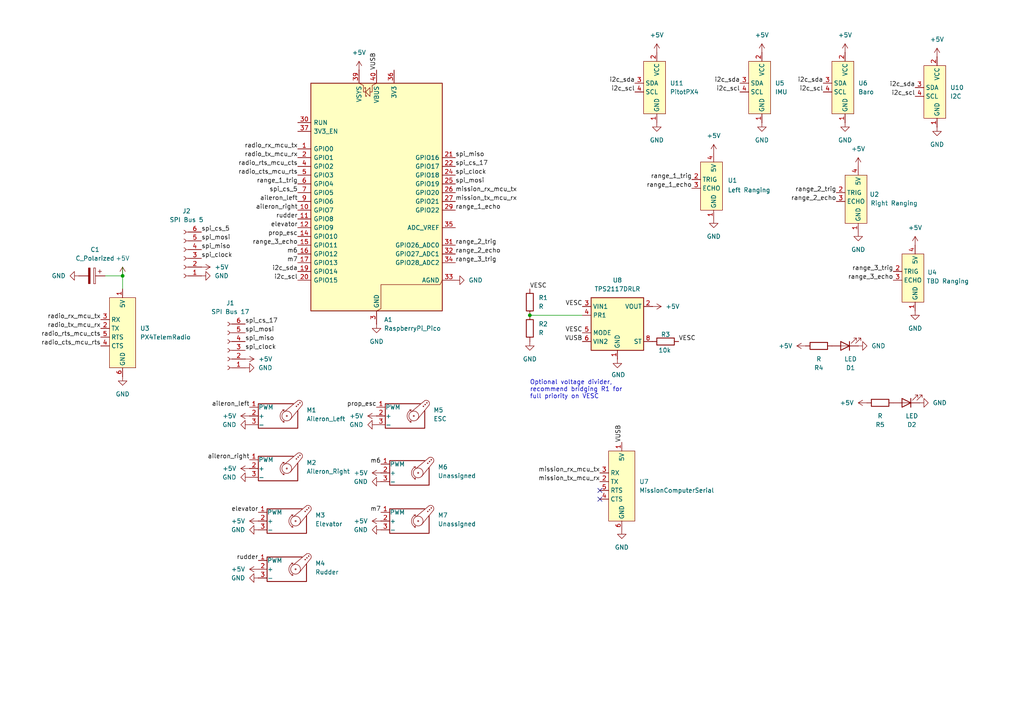
<source format=kicad_sch>
(kicad_sch (version 20250114) (generator "eeschema") (generator_version "9.0")
  (paper "A4")
  (lib_symbols
    (symbol "Connector:Conn_01x06_Socket" (pin_names (offset 1.016) (hide yes))
      (property "Reference" "J" (at 0 7.62 0))
      (property "Value" "Conn_01x06_Socket" (at 0 -10.16 0))
      (symbol "Conn_01x06_Socket_1_1"
        (polyline (pts (xy -1.27 5.08) (xy -0.508 5.08)) (stroke (width 0.1524)))
        (polyline (pts (xy -1.27 2.54) (xy -0.508 2.54)) (stroke (width 0.1524)))
        (polyline (pts (xy -1.27 0) (xy -0.508 0)) (stroke (width 0.1524)))
        (polyline (pts (xy -1.27 -2.54) (xy -0.508 -2.54)) (stroke (width 0.1524)))
        (polyline (pts (xy -1.27 -5.08) (xy -0.508 -5.08)) (stroke (width 0.1524)))
        (polyline (pts (xy -1.27 -7.62) (xy -0.508 -7.62)) (stroke (width 0.1524)))
        (arc (start 0 4.572) (mid -0.5058 5.08) (end 0 5.588) (stroke (width 0.1524)))
        (arc (start 0 2.032) (mid -0.5058 2.54) (end 0 3.048) (stroke (width 0.1524)))
        (arc (start 0 -0.508) (mid -0.5058 0) (end 0 0.508) (stroke (width 0.1524)))
        (arc (start 0 -3.048) (mid -0.5058 -2.54) (end 0 -2.032) (stroke (width 0.1524)))
        (arc (start 0 -5.588) (mid -0.5058 -5.08) (end 0 -4.572) (stroke (width 0.1524)))
        (arc (start 0 -8.128) (mid -0.5058 -7.62) (end 0 -7.112) (stroke (width 0.1524)))
        (pin passive line (at -5.08 5.08 0) (length 3.81) (name "Pin_1") (number "1"))
        (pin passive line (at -5.08 2.54 0) (length 3.81) (name "Pin_2") (number "2"))
        (pin passive line (at -5.08 0 0) (length 3.81) (name "Pin_3") (number "3"))
        (pin passive line (at -5.08 -2.54 0) (length 3.81) (name "Pin_4") (number "4"))
        (pin passive line (at -5.08 -5.08 0) (length 3.81) (name "Pin_5") (number "5"))
        (pin passive line (at -5.08 -7.62 0) (length 3.81) (name "Pin_6") (number "6"))
      )
    )
    (symbol "Connector:STEMMA"
      (property "Reference" "U" (at 4.572 1.016 0))
      (property "Value" "STEMMA I2C" (at 4.572 -1.016 0))
      (symbol "STEMMA_1_1"
        (rectangle (start -2.54 7.62) (end 3.81 -7.62) (fill (type background)))
        (pin bidirectional line (at -5.08 1.27 0) (length 2.54) (name "SDA") (number "3"))
        (pin input line (at -5.08 -1.27 0) (length 2.54) (name "SCL") (number "4"))
        (pin power_in line (at 1.27 10.16 270) (length 2.54) (name "VCC") (number "2"))
        (pin input line (at 1.27 -10.16 90) (length 2.54) (name "GND") (number "1"))
      )
    )
    (symbol "Device:C_Polarized" (pin_numbers (hide yes)) (pin_names (offset 0.254))
      (property "Reference" "C" (at 0.635 2.54 0))
      (property "Value" "C_Polarized" (at 0.635 -2.54 0))
      (symbol "C_Polarized_0_1"
        (rectangle (start -2.286 0.508) (end 2.286 1.016))
        (polyline (pts (xy -1.778 2.286) (xy -0.762 2.286)))
        (polyline (pts (xy -1.27 2.794) (xy -1.27 1.778)))
        (rectangle (start 2.286 -0.508) (end -2.286 -1.016) (fill (type outline)))
      )
      (symbol "C_Polarized_1_1"
        (pin passive line (at 0 3.81 270) (length 2.794) (name "~") (number "1"))
        (pin passive line (at 0 -3.81 90) (length 2.794) (name "~") (number "2"))
      )
    )
    (symbol "Device:LED" (pin_numbers (hide yes)) (pin_names (offset 1.016) (hide yes))
      (property "Reference" "D" (at 0 2.54 0))
      (property "Value" "LED" (at 0 -2.54 0))
      (symbol "LED_0_1"
        (polyline (pts (xy -3.048 -0.762) (xy -4.572 -2.286) (xy -3.81 -2.286) (xy -4.572 -2.286) (xy -4.572 -1.524)))
        (polyline (pts (xy -1.778 -0.762) (xy -3.302 -2.286) (xy -2.54 -2.286) (xy -3.302 -2.286) (xy -3.302 -1.524)))
        (polyline (pts (xy -1.27 0) (xy 1.27 0)))
        (polyline (pts (xy -1.27 -1.27) (xy -1.27 1.27)) (stroke (width 0.254)))
        (polyline (pts (xy 1.27 -1.27) (xy 1.27 1.27) (xy -1.27 0) (xy 1.27 -1.27)) (stroke (width 0.254)))
      )
      (symbol "LED_1_1"
        (pin passive line (at -3.81 0 0) (length 2.54) (name "K") (number "1"))
        (pin passive line (at 3.81 0 180) (length 2.54) (name "A") (number "2"))
      )
    )
    (symbol "Device:R" (pin_numbers (hide yes)) (pin_names (offset 0))
      (property "Reference" "R" (at 2.032 0 90))
      (property "Value" "R" (at 0 0 90))
      (symbol "R_0_1"
        (rectangle (start -1.016 -2.54) (end 1.016 2.54) (stroke (width 0.254)))
      )
      (symbol "R_1_1"
        (pin passive line (at 0 3.81 270) (length 1.27) (name "~") (number "1"))
        (pin passive line (at 0 -3.81 90) (length 1.27) (name "~") (number "2"))
      )
    )
    (symbol "MCU_Module:RaspberryPi_Pico" (pin_names (offset 0.762))
      (property "Reference" "A" (at -19.05 35.56 0))
      (property "Value" "RaspberryPi_Pico" (at 7.62 35.56 0))
      (symbol "RaspberryPi_Pico_0_1"
        (rectangle (start -19.05 34.29) (end 19.05 -31.75) (stroke (width 0.254)) (fill (type background)))
        (polyline (pts (xy -5.08 34.29) (xy -3.81 33.655) (xy -3.81 31.75) (xy -3.175 31.75)))
        (polyline (pts (xy -3.429 32.766) (xy -3.429 33.02) (xy -3.175 33.02) (xy -3.175 30.48) (xy -2.921 30.48) (xy -2.921 30.734)))
        (polyline (pts (xy -3.175 31.75) (xy -1.905 33.02) (xy -1.905 30.48) (xy -3.175 31.75)))
        (polyline (pts (xy 0 34.29) (xy -1.27 33.655) (xy -1.27 31.75) (xy -1.905 31.75)))
        (polyline (pts (xy 0 -31.75) (xy 1.27 -31.115) (xy 1.27 -24.13) (xy 18.415 -24.13) (xy 19.05 -22.86)))
      )
      (symbol "RaspberryPi_Pico_1_1"
        (pin passive line (at -22.86 22.86 0) (length 3.81) (name "RUN") (number "30"))
        (pin passive line (at -22.86 20.32 0) (length 3.81) (name "3V3_EN") (number "37"))
        (pin bidirectional line (at -22.86 15.24 0) (length 3.81) (name "GPIO0") (number "1"))
        (pin bidirectional line (at -22.86 12.7 0) (length 3.81) (name "GPIO1") (number "2"))
        (pin bidirectional line (at -22.86 10.16 0) (length 3.81) (name "GPIO2") (number "4"))
        (pin bidirectional line (at -22.86 7.62 0) (length 3.81) (name "GPIO3") (number "5"))
        (pin bidirectional line (at -22.86 5.08 0) (length 3.81) (name "GPIO4") (number "6"))
        (pin bidirectional line (at -22.86 2.54 0) (length 3.81) (name "GPIO5") (number "7"))
        (pin bidirectional line (at -22.86 0 0) (length 3.81) (name "GPIO6") (number "9"))
        (pin bidirectional line (at -22.86 -2.54 0) (length 3.81) (name "GPIO7") (number "10"))
        (pin bidirectional line (at -22.86 -5.08 0) (length 3.81) (name "GPIO8") (number "11"))
        (pin bidirectional line (at -22.86 -7.62 0) (length 3.81) (name "GPIO9") (number "12"))
        (pin bidirectional line (at -22.86 -10.16 0) (length 3.81) (name "GPIO10") (number "14"))
        (pin bidirectional line (at -22.86 -12.7 0) (length 3.81) (name "GPIO11") (number "15"))
        (pin bidirectional line (at -22.86 -15.24 0) (length 3.81) (name "GPIO12") (number "16"))
        (pin bidirectional line (at -22.86 -17.78 0) (length 3.81) (name "GPIO13") (number "17"))
        (pin bidirectional line (at -22.86 -20.32 0) (length 3.81) (name "GPIO14") (number "19"))
        (pin bidirectional line (at -22.86 -22.86 0) (length 3.81) (name "GPIO15") (number "20"))
        (pin power_in line (at -5.08 38.1 270) (length 3.81) (name "VSYS") (number "39"))
        (pin power_out line (at 0 38.1 270) (length 3.81) (name "VBUS") (number "40"))
        (pin passive line (at 0 -35.56 90) (length 3.81) (hide yes) (name "GND") (number "13"))
        (pin passive line (at 0 -35.56 90) (length 3.81) (hide yes) (name "GND") (number "18"))
        (pin passive line (at 0 -35.56 90) (length 3.81) (hide yes) (name "GND") (number "23"))
        (pin passive line (at 0 -35.56 90) (length 3.81) (hide yes) (name "GND") (number "28"))
        (pin power_out line (at 0 -35.56 90) (length 3.81) (name "GND") (number "3"))
        (pin passive line (at 0 -35.56 90) (length 3.81) (hide yes) (name "GND") (number "38"))
        (pin passive line (at 0 -35.56 90) (length 3.81) (hide yes) (name "GND") (number "8"))
        (pin power_out line (at 5.08 38.1 270) (length 3.81) (name "3V3") (number "36"))
        (pin bidirectional line (at 22.86 12.7 180) (length 3.81) (name "GPIO16") (number "21"))
        (pin bidirectional line (at 22.86 10.16 180) (length 3.81) (name "GPIO17") (number "22"))
        (pin bidirectional line (at 22.86 7.62 180) (length 3.81) (name "GPIO18") (number "24"))
        (pin bidirectional line (at 22.86 5.08 180) (length 3.81) (name "GPIO19") (number "25"))
        (pin bidirectional line (at 22.86 2.54 180) (length 3.81) (name "GPIO20") (number "26"))
        (pin bidirectional line (at 22.86 0 180) (length 3.81) (name "GPIO21") (number "27"))
        (pin bidirectional line (at 22.86 -2.54 180) (length 3.81) (name "GPIO22") (number "29"))
        (pin power_in line (at 22.86 -7.62 180) (length 3.81) (name "ADC_VREF") (number "35"))
        (pin bidirectional line (at 22.86 -12.7 180) (length 3.81) (name "GPIO26_ADC0") (number "31"))
        (pin bidirectional line (at 22.86 -15.24 180) (length 3.81) (name "GPIO27_ADC1") (number "32"))
        (pin bidirectional line (at 22.86 -17.78 180) (length 3.81) (name "GPIO28_ADC2") (number "34"))
        (pin power_out line (at 22.86 -22.86 180) (length 3.81) (name "AGND") (number "33"))
      )
    )
    (symbol "Motor:Motor_Servo" (pin_names (offset 0.0254))
      (property "Reference" "M" (at -5.08 4.445 0))
      (property "Value" "Motor_Servo" (at -5.08 -4.064 0))
      (symbol "Motor_Servo_0_1"
        (polyline (pts (xy 2.413 1.778) (xy 1.905 1.778)))
        (polyline (pts (xy 2.413 1.778) (xy 2.286 1.397)))
        (polyline (pts (xy 2.413 -1.778) (xy 2.032 -1.778)))
        (polyline (pts (xy 2.413 -1.778) (xy 2.286 -1.397)))
        (arc (start 2.413 -1.778) (mid 1.2406 0) (end 2.413 1.778))
        (circle (center 3.175 0) (radius 0.1778))
        (circle (center 3.175 0) (radius 1.4224))
        (polyline (pts (xy 5.08 3.556) (xy -5.08 3.556) (xy -5.08 -3.556) (xy 6.35 -3.556) (xy 6.35 1.524)) (stroke (width 0.254)))
        (circle (center 5.969 2.794) (radius 0.127))
        (polyline (pts (xy 6.35 4.445) (xy 2.54 1.27)))
        (circle (center 6.477 3.302) (radius 0.127))
        (arc (start 6.35 4.445) (mid 7.4487 4.2737) (end 7.62 3.175))
        (circle (center 6.985 3.81) (radius 0.127))
        (polyline (pts (xy 7.62 3.175) (xy 4.191 -1.016)))
      )
      (symbol "Motor_Servo_1_1"
        (pin passive line (at -7.62 2.54 0) (length 2.54) (name "PWM") (number "1"))
        (pin passive line (at -7.62 0 0) (length 2.54) (name "+") (number "2"))
        (pin passive line (at -7.62 -2.54 0) (length 2.54) (name "-") (number "3"))
      )
    )
    (symbol "Power_Management:TPS2117DRLR"
      (property "Reference" "U" (at -7.874 9.144 0))
      (property "Value" "TPS2117DRLR" (at 0.508 -8.89 0))
      (symbol "TPS2117DRLR_0_1"
        (rectangle (start -7.62 7.62) (end 7.62 -7.62) (stroke (width 0.254)) (fill (type background)))
      )
      (symbol "TPS2117DRLR_1_0"
        (pin power_out line (at 10.16 5.08 180) (length 2.54) (hide yes) (name "VOUT") (number "7"))
      )
      (symbol "TPS2117DRLR_1_1"
        (pin power_in line (at -10.16 5.08 0) (length 2.54) (name "VIN1") (number "3"))
        (pin input line (at -10.16 2.54 0) (length 2.54) (name "PR1") (number "4"))
        (pin input line (at -10.16 -2.54 0) (length 2.54) (name "MODE") (number "5"))
        (pin power_in line (at -10.16 -5.08 0) (length 2.54) (name "VIN2") (number "6"))
        (pin power_in line (at 0 -10.16 90) (length 2.54) (name "GND") (number "1"))
        (pin power_out line (at 10.16 5.08 180) (length 2.54) (name "VOUT") (number "2"))
        (pin open_collector line (at 10.16 -5.08 180) (length 2.54) (name "ST") (number "8"))
      )
    )
    (symbol "RF_Module:PX4TelemRadio"
      (property "Reference" "U" (at 7.112 0 0))
      (property "Value" "PX4TelemRadio" (at 7.112 -2.286 0))
      (symbol "PX4TelemRadio_1_1"
        (rectangle (start -1.2699 5.08) (end 6.3499 -15.24) (fill (type background)))
        (pin input line (at -3.81 -1.27 0) (length 2.54) (name "RX") (number "3"))
        (pin output line (at -3.81 -3.81 0) (length 2.54) (name "TX") (number "2"))
        (pin output line (at -3.81 -6.35 0) (length 2.54) (name "RTS") (number "5"))
        (pin input line (at -3.81 -8.89 0) (length 2.54) (name "CTS") (number "4"))
        (pin power_in line (at 2.54 7.62 270) (length 2.54) (name "5V") (number "1"))
        (pin input line (at 2.54 -17.78 90) (length 2.54) (name "GND") (number "6"))
      )
    )
    (symbol "Sensor_Distance:HC-SR04"
      (property "Reference" "U" (at 4.826 1.016 0))
      (property "Value" "HC-SR04" (at 4.826 -1.016 0))
      (symbol "HC-SR04_1_1"
        (rectangle (start -2.54 6.35) (end 3.81 -7.62) (fill (type background)))
        (pin input line (at -5.08 1.27 0) (length 2.54) (name "TRIG") (number "2"))
        (pin output line (at -5.08 -1.27 0) (length 2.54) (name "ECHO") (number "3"))
        (pin power_in line (at 1.27 8.89 270) (length 2.54) (name "5V") (number "4"))
        (pin input line (at 1.27 -10.16 90) (length 2.54) (name "GND") (number "1"))
      )
    )
    (symbol "power:+5V" (power) (pin_numbers (hide yes)) (pin_names (offset 0) (hide yes))
      (property "Value" "+5V" (at 0 3.556 0))
      (symbol "+5V_0_1"
        (polyline (pts (xy -0.762 1.27) (xy 0 2.54)))
        (polyline (pts (xy 0 2.54) (xy 0.762 1.27)))
        (polyline (pts (xy 0 0) (xy 0 2.54)))
      )
      (symbol "+5V_1_1"
        (pin power_in line (at 0 0 90) (length 0) (name "~") (number "1"))
      )
    )
    (symbol "power:GND" (power) (pin_numbers (hide yes)) (pin_names (offset 0) (hide yes))
      (property "Value" "GND" (at 0 -3.81 0))
      (symbol "GND_0_1"
        (polyline (pts (xy 0 0) (xy 0 -1.27) (xy 1.27 -1.27) (xy 0 -2.54) (xy -1.27 -1.27) (xy 0 -1.27)))
      )
      (symbol "GND_1_1"
        (pin power_in line (at 0 0 270) (length 0) (name "~") (number "1"))
      )
    )
  )
  (text "Optional voltage divider, \nrecommend bridging R1 for \nfull priority on VESC" (at 153.67 113.03 0) (effects (font (size 1.27 1.27)) (justify left)))
  (junction (at 153.67 91.44))
  (junction (at 35.56 80.01))
  (no_connect (at 173.99 142.24))
  (no_connect (at 173.99 144.78))
  (wire (pts (xy 35.56 80.01) (xy 35.56 83.82)))
  (wire (pts (xy 153.67 91.44) (xy 168.91 91.44)))
  (wire (pts (xy 35.56 77.47) (xy 35.56 80.01)))
  (wire (pts (xy 35.56 80.01) (xy 30.48 80.01)))
  (label "radio_rx_mcu_tx" (at 86.36 43.18 180))
  (label "i2c_sda" (at 238.76 24.13 180))
  (label "spi_clock" (at 58.42 74.93 0))
  (label "spi_miso" (at 71.12 99.06 0))
  (label "aileron_left" (at 86.36 58.42 180))
  (label "range_3_echo" (at 259.08 81.28 180))
  (label "m6" (at 86.36 73.66 180))
  (label "m6" (at 110.49 134.62 180))
  (label "range_1_echo" (at 132.08 60.96 0))
  (label "spi_cs_5" (at 58.42 67.31 0))
  (label "i2c_scl" (at 265.43 27.94 180))
  (label "radio_rts_mcu_cts" (at 86.36 48.26 180))
  (label "range_1_trig" (at 200.66 52.07 180))
  (label "VUSB" (at 180.34 128.27 90))
  (label "spi_miso" (at 58.42 72.39 0))
  (label "spi_cs_17" (at 71.12 93.98 0))
  (label "i2c_sda" (at 265.43 25.4 180))
  (label "VESC" (at 168.91 88.9 180))
  (label "range_1_echo" (at 200.66 54.61 180))
  (label "mission_rx_mcu_tx" (at 173.99 137.16 180))
  (label "radio_rts_mcu_cts" (at 29.21 97.79 180))
  (label "i2c_sda" (at 86.36 78.74 180))
  (label "range_2_trig" (at 242.57 55.88 180))
  (label "VESC" (at 168.91 96.52 180))
  (label "range_3_echo" (at 86.36 71.12 180))
  (label "range_1_trig" (at 86.36 53.34 180))
  (label "spi_clock" (at 71.12 101.6 0))
  (label "i2c_sda" (at 184.15 24.13 180))
  (label "range_2_trig" (at 132.08 71.12 0))
  (label "rudder" (at 74.93 162.56 180))
  (label "prop_esc" (at 109.22 118.11 180))
  (label "i2c_sda" (at 214.63 24.13 180))
  (label "i2c_scl" (at 86.36 81.28 180))
  (label "VUSB" (at 168.91 99.06 180))
  (label "i2c_scl" (at 184.15 26.67 180))
  (label "spi_mosi" (at 132.08 53.34 0))
  (label "i2c_scl" (at 238.76 26.67 180))
  (label "radio_cts_mcu_rts" (at 29.21 100.33 180))
  (label "m7" (at 110.49 148.59 180))
  (label "m7" (at 86.36 76.2 180))
  (label "VESC" (at 196.85 99.06 0))
  (label "mission_tx_mcu_rx" (at 132.08 58.42 0))
  (label "radio_tx_mcu_rx" (at 86.36 45.72 180))
  (label "range_2_echo" (at 132.08 73.66 0))
  (label "aileron_right" (at 86.36 60.96 180))
  (label "spi_mosi" (at 58.42 69.85 0))
  (label "mission_rx_mcu_tx" (at 132.08 55.88 0))
  (label "spi_mosi" (at 71.12 96.52 0))
  (label "elevator" (at 86.36 66.04 180))
  (label "radio_rx_mcu_tx" (at 29.21 92.71 180))
  (label "range_3_trig" (at 132.08 76.2 0))
  (label "VUSB" (at 109.22 20.32 90))
  (label "spi_cs_17" (at 132.08 48.26 0))
  (label "aileron_right" (at 72.39 133.35 180))
  (label "radio_tx_mcu_rx" (at 29.21 95.25 180))
  (label "radio_cts_mcu_rts" (at 86.36 50.8 180))
  (label "range_2_echo" (at 242.57 58.42 180))
  (label "range_3_trig" (at 259.08 78.74 180))
  (label "aileron_left" (at 72.39 118.11 180))
  (label "elevator" (at 74.93 148.59 180))
  (label "spi_miso" (at 132.08 45.72 0))
  (label "spi_clock" (at 132.08 50.8 0))
  (label "rudder" (at 86.36 63.5 180))
  (label "mission_tx_mcu_rx" (at 173.99 139.7 180))
  (label "i2c_scl" (at 214.63 26.67 180))
  (label "prop_esc" (at 86.36 68.58 180))
  (label "VESC" (at 153.67 83.82 0))
  (label "spi_cs_5" (at 86.36 55.88 180))
  (symbol (lib_id "Motor:Motor_Servo") (at 118.11 137.16 0) (unit 1)
    (property "Reference" "M6" (at 127 135.4568 0) (effects (justify left)))
    (property "Value" "Unassigned" (at 127 137.9968 0) (effects (justify left)))
    (property "Footprint" "Connector_JST:JST_PH_B3B-PH-K_1x03_P2.00mm_Vertical" (effects (hide yes)))
    (property "Datasheet" "http://forums.parallax.com/uploads/attachments/46831/74481.png" (effects (hide yes)))
    (property "Description" "Servo Motor (Futaba, HiTec, JR connector)" (effects (hide yes)))
  )
  (symbol (lib_id "power:GND") (at 271.78 36.83 0) (unit 1)
    (property "Reference" "#PWR016" (effects (hide yes)))
    (property "Value" "GND" (at 271.78 41.91 0))
    (property "Description" "Power symbol creates a global label with name \"GND\" , ground" (effects (hide yes)))
  )
  (symbol (lib_id "Sensor_Distance:HC-SR04") (at 247.65 57.15 0) (unit 1)
    (property "Reference" "U2" (at 252.222 56.388 0) (effects (justify left)))
    (property "Value" "Right Ranging" (at 252.476 58.928 0) (effects (justify left)))
    (property "Footprint" "Connector_JST:JST_PH_B4B-PH-K_1x04_P2.00mm_Vertical" (effects (hide yes)))
    (property "Description" "Right Ranging" (effects (hide yes)))
  )
  (symbol (lib_id "Connector:Conn_01x06_Socket") (at 66.04 101.6 180) (unit 1)
    (property "Reference" "J1" (at 66.802 87.884 0))
    (property "Value" "SPI Bus 17" (at 66.802 90.424 0))
    (property "Footprint" "Connector_JST:JST_PH_B6B-PH-K_1x06_P2.00mm_Vertical" (effects (hide yes)))
    (property "Description" "Generic connector, single row, 01x06, script generated" (effects (hide yes)))
  )
  (symbol (lib_id "power:+5V") (at 72.39 120.65 90) (unit 1)
    (property "Reference" "#PWR035" (effects (hide yes)))
    (property "Value" "+5V" (at 68.58 120.6499 90) (effects (justify left)))
    (property "Description" "Power symbol creates a global label with name \"+5V\"" (effects (hide yes)))
  )
  (symbol (lib_id "power:GND") (at 132.08 81.28 90) (unit 1)
    (property "Reference" "#PWR013" (effects (hide yes)))
    (property "Value" "GND" (at 135.89 81.2799 90) (effects (justify right)))
    (property "Description" "Power symbol creates a global label with name \"GND\" , ground" (effects (hide yes)))
  )
  (symbol (lib_id "Device:R") (at 237.49 100.33 270) (unit 1)
    (property "Reference" "R4" (at 237.49 106.68 90))
    (property "Value" "R" (at 237.49 104.14 90))
    (property "Footprint" "Resistor_SMD:R_0805_2012Metric_Pad1.20x1.40mm_HandSolder" (effects (hide yes)))
    (property "Description" "Resistor" (effects (hide yes)))
  )
  (symbol (lib_id "power:GND") (at 153.67 99.06 0) (unit 1)
    (property "Reference" "#PWR022" (effects (hide yes)))
    (property "Value" "GND" (at 153.67 104.14 0))
    (property "Description" "Power symbol creates a global label with name \"GND\" , ground" (effects (hide yes)))
  )
  (symbol (lib_id "power:+5V") (at 110.49 137.16 90) (unit 1)
    (property "Reference" "#PWR030" (effects (hide yes)))
    (property "Value" "+5V" (at 106.68 137.1599 90) (effects (justify left)))
    (property "Description" "Power symbol creates a global label with name \"+5V\"" (effects (hide yes)))
  )
  (symbol (lib_id "power:GND") (at 35.56 109.22 0) (unit 1)
    (property "Reference" "#PWR09" (effects (hide yes)))
    (property "Value" "GND" (at 35.56 114.3 0))
    (property "Description" "Power symbol creates a global label with name \"GND\" , ground" (effects (hide yes)))
  )
  (symbol (lib_id "power:GND") (at 220.98 35.56 0) (unit 1)
    (property "Reference" "#PWR014" (effects (hide yes)))
    (property "Value" "GND" (at 220.98 40.64 0))
    (property "Description" "Power symbol creates a global label with name \"GND\" , ground" (effects (hide yes)))
  )
  (symbol (lib_id "Motor:Motor_Servo") (at 82.55 165.1 0) (unit 1)
    (property "Reference" "M4" (at 91.44 163.3968 0) (effects (justify left)))
    (property "Value" "Rudder" (at 91.44 165.9368 0) (effects (justify left)))
    (property "Footprint" "Connector_JST:JST_PH_B3B-PH-K_1x03_P2.00mm_Vertical" (effects (hide yes)))
    (property "Datasheet" "http://forums.parallax.com/uploads/attachments/46831/74481.png" (effects (hide yes)))
    (property "Description" "Servo Motor (Futaba, HiTec, JR connector)" (effects (hide yes)))
  )
  (symbol (lib_id "power:GND") (at 248.92 100.33 90) (unit 1)
    (property "Reference" "#PWR042" (effects (hide yes)))
    (property "Value" "GND" (at 252.73 100.3301 90) (effects (justify right)))
    (property "Description" "Power symbol creates a global label with name \"GND\" , ground" (effects (hide yes)))
  )
  (symbol (lib_id "power:+5V") (at 233.68 100.33 90) (unit 1)
    (property "Reference" "#PWR044" (effects (hide yes)))
    (property "Value" "+5V" (at 229.87 100.3301 90) (effects (justify left)))
    (property "Description" "Power symbol creates a global label with name \"+5V\"" (effects (hide yes)))
  )
  (symbol (lib_id "power:GND") (at 109.22 93.98 0) (unit 1)
    (property "Reference" "#PWR046" (effects (hide yes)))
    (property "Value" "GND" (at 109.22 99.06 0))
    (property "Description" "Power symbol creates a global label with name \"GND\" , ground" (effects (hide yes)))
  )
  (symbol (lib_id "power:+5V") (at 265.43 71.12 0) (unit 1)
    (property "Reference" "#PWR023" (effects (hide yes)))
    (property "Value" "+5V" (at 265.43 66.04 0))
    (property "Description" "Power symbol creates a global label with name \"+5V\"" (effects (hide yes)))
  )
  (symbol (lib_id "Device:R") (at 153.67 95.25 0) (unit 1)
    (property "Reference" "R2" (at 156.21 93.9799 0) (effects (justify left)))
    (property "Value" "R" (at 156.21 96.5199 0) (effects (justify left)))
    (property "Footprint" "Resistor_SMD:R_0805_2012Metric_Pad1.20x1.40mm_HandSolder" (effects (hide yes)))
    (property "Description" "Resistor" (effects (hide yes)))
  )
  (symbol (lib_id "power:+5V") (at 74.93 165.1 90) (unit 1)
    (property "Reference" "#PWR033" (effects (hide yes)))
    (property "Value" "+5V" (at 71.12 165.0999 90) (effects (justify left)))
    (property "Description" "Power symbol creates a global label with name \"+5V\"" (effects (hide yes)))
  )
  (symbol (lib_id "power:GND") (at 109.22 123.19 270) (unit 1)
    (property "Reference" "#PWR08" (effects (hide yes)))
    (property "Value" "GND" (at 105.41 123.1899 90) (effects (justify right)))
    (property "Description" "Power symbol creates a global label with name \"GND\" , ground" (effects (hide yes)))
  )
  (symbol (lib_id "MCU_Module:RaspberryPi_Pico") (at 109.22 58.42 0) (unit 1)
    (property "Reference" "A1" (at 111.3633 92.71 0) (effects (justify left)))
    (property "Value" "RaspberryPi_Pico" (at 111.3633 95.25 0) (effects (justify left)))
    (property "Footprint" "Module:RaspberryPi_Pico_Common_Unspecified" (effects (hide yes)))
    (property "Datasheet" "https://datasheets.raspberrypi.com/pico/pico-datasheet.pdf" (effects (hide yes)))
    (property "Description" "Versatile and inexpensive microcontroller module powered by RP2040 dual-core Arm Cortex-M0+ processor up to 133 MHz, 264kB SRAM, 2MB QSPI flash; also supports Raspberry Pi Pico 2" (effects (hide yes)))
  )
  (symbol (lib_id "power:+5V") (at 71.12 104.14 270) (unit 1)
    (property "Reference" "#PWR038" (effects (hide yes)))
    (property "Value" "+5V" (at 74.93 104.1399 90) (effects (justify left)))
    (property "Description" "Power symbol creates a global label with name \"+5V\"" (effects (hide yes)))
  )
  (symbol (lib_id "Sensor_Distance:HC-SR04") (at 264.16 80.01 0) (unit 1)
    (property "Reference" "U4" (at 268.986 78.994 0) (effects (justify left)))
    (property "Value" "TBD Ranging" (at 268.732 81.534 0) (effects (justify left)))
    (property "Footprint" "Connector_JST:JST_PH_B4B-PH-K_1x04_P2.00mm_Vertical" (effects (hide yes)))
    (property "Description" "TBD Ranging" (effects (hide yes)))
  )
  (symbol (lib_id "Device:C_Polarized") (at 26.67 80.01 270) (unit 1)
    (property "Reference" "C1" (at 27.559 72.39 90))
    (property "Value" "C_Polarized" (at 27.559 74.93 90))
    (property "Footprint" "Capacitor_THT:CP_Radial_D6.3mm_P2.50mm" (effects (hide yes)))
    (property "Description" "Polarized capacitor" (effects (hide yes)))
  )
  (symbol (lib_id "Connector:STEMMA") (at 189.23 25.4 0) (unit 1)
    (property "Reference" "U11" (at 194.31 24.1299 0) (effects (justify left)))
    (property "Value" "PitotPX4" (at 194.31 26.6699 0) (effects (justify left)))
    (property "Footprint" "Connector_JST:JST_PH_B4B-PH-K_1x04_P2.00mm_Vertical" (effects (hide yes)))
  )
  (symbol (lib_id "RF_Module:PX4TelemRadio") (at 33.02 91.44 0) (unit 1)
    (property "Reference" "U3" (at 40.64 95.2499 0) (effects (justify left)))
    (property "Value" "PX4TelemRadio" (at 40.64 97.7899 0) (effects (justify left)))
    (property "Footprint" "Connector_JST:JST_GH_SM06B-GHS-TB_1x06-1MP_P1.25mm_Horizontal" (effects (hide yes)))
  )
  (symbol (lib_id "Device:R") (at 255.27 116.84 270) (unit 1)
    (property "Reference" "R5" (at 255.27 123.19 90))
    (property "Value" "R" (at 255.27 120.65 90))
    (property "Footprint" "Resistor_SMD:R_0805_2012Metric_Pad1.20x1.40mm_HandSolder" (effects (hide yes)))
    (property "Description" "Resistor" (effects (hide yes)))
  )
  (symbol (lib_id "power:+5V") (at 189.23 88.9 270) (unit 1)
    (property "Reference" "#PWR021" (effects (hide yes)))
    (property "Value" "+5V" (at 193.04 88.8999 90) (effects (justify left)))
    (property "Description" "Power symbol creates a global label with name \"+5V\"" (effects (hide yes)))
  )
  (symbol (lib_id "power:GND") (at 190.5 35.56 0) (unit 1)
    (property "Reference" "#PWR07" (effects (hide yes)))
    (property "Value" "GND" (at 190.5 40.64 0))
    (property "Description" "Power symbol creates a global label with name \"GND\" , ground" (effects (hide yes)))
  )
  (symbol (lib_id "Device:LED") (at 245.11 100.33 180) (unit 1)
    (property "Reference" "D1" (at 246.6975 106.68 0))
    (property "Value" "LED" (at 246.6975 104.14 0))
    (property "Footprint" "Connector_JST:JST_PH_B2B-PH-K_1x02_P2.00mm_Vertical" (effects (hide yes)))
    (property "Description" "Light emitting diode" (effects (hide yes)))
    (property "Sim.Pins" "1=K 2=A" (effects (hide yes)))
  )
  (symbol (lib_id "Motor:Motor_Servo") (at 116.84 120.65 0) (unit 1)
    (property "Reference" "M5" (at 125.73 118.9468 0) (effects (justify left)))
    (property "Value" "ESC" (at 125.73 121.4868 0) (effects (justify left)))
    (property "Footprint" "Connector_JST:JST_PH_B3B-PH-K_1x03_P2.00mm_Vertical" (effects (hide yes)))
    (property "Datasheet" "http://forums.parallax.com/uploads/attachments/46831/74481.png" (effects (hide yes)))
    (property "Description" "Servo Motor (Futaba, HiTec, JR connector)" (effects (hide yes)))
  )
  (symbol (lib_id "power:+5V") (at 190.5 15.24 0) (unit 1)
    (property "Reference" "#PWR036" (effects (hide yes)))
    (property "Value" "+5V" (at 190.5 10.16 0))
    (property "Description" "Power symbol creates a global label with name \"+5V\"" (effects (hide yes)))
  )
  (symbol (lib_id "Sensor_Distance:HC-SR04") (at 205.74 53.34 0) (unit 1)
    (property "Reference" "U1" (at 211.074 52.324 0) (effects (justify left)))
    (property "Value" "Left Ranging" (at 211.074 55.118 0) (effects (justify left)))
    (property "Footprint" "Connector_JST:JST_PH_B4B-PH-K_1x04_P2.00mm_Vertical" (effects (hide yes)))
    (property "Description" "Left Ranging" (effects (hide yes)))
  )
  (symbol (lib_id "power:+5V") (at 207.01 44.45 0) (unit 1)
    (property "Reference" "#PWR025" (effects (hide yes)))
    (property "Value" "+5V" (at 207.01 39.37 0))
    (property "Description" "Power symbol creates a global label with name \"+5V\"" (effects (hide yes)))
  )
  (symbol (lib_id "power:+5V") (at 58.42 77.47 270) (unit 1)
    (property "Reference" "#PWR039" (effects (hide yes)))
    (property "Value" "+5V" (at 62.23 77.4699 90) (effects (justify left)))
    (property "Description" "Power symbol creates a global label with name \"+5V\"" (effects (hide yes)))
  )
  (symbol (lib_id "power:GND") (at 180.34 153.67 0) (unit 1)
    (property "Reference" "#PWR018" (effects (hide yes)))
    (property "Value" "GND" (at 180.34 158.75 0))
    (property "Description" "Power symbol creates a global label with name \"GND\" , ground" (effects (hide yes)))
  )
  (symbol (lib_id "Device:R") (at 193.04 99.06 90) (unit 1)
    (property "Reference" "R3" (at 193.04 97.028 90))
    (property "Value" "10k" (at 192.786 101.6 90))
    (property "Footprint" "Resistor_SMD:R_0805_2012Metric_Pad1.20x1.40mm_HandSolder" (effects (hide yes)))
    (property "Description" "Resistor" (effects (hide yes)))
  )
  (symbol (lib_id "Motor:Motor_Servo") (at 80.01 120.65 0) (unit 1)
    (property "Reference" "M1" (at 88.9 118.9468 0) (effects (justify left)))
    (property "Value" "Aileron_Left" (at 88.9 121.4868 0) (effects (justify left)))
    (property "Footprint" "Connector_JST:JST_PH_B3B-PH-K_1x03_P2.00mm_Vertical" (effects (hide yes)))
    (property "Datasheet" "http://forums.parallax.com/uploads/attachments/46831/74481.png" (effects (hide yes)))
    (property "Description" "Servo Motor (Futaba, HiTec, JR connector)" (effects (hide yes)))
  )
  (symbol (lib_id "power:GND") (at 245.11 35.56 0) (unit 1)
    (property "Reference" "#PWR015" (effects (hide yes)))
    (property "Value" "GND" (at 245.11 40.64 0))
    (property "Description" "Power symbol creates a global label with name \"GND\" , ground" (effects (hide yes)))
  )
  (symbol (lib_id "Motor:Motor_Servo") (at 118.11 151.13 0) (unit 1)
    (property "Reference" "M7" (at 127 149.4268 0) (effects (justify left)))
    (property "Value" "Unassigned" (at 127 151.9668 0) (effects (justify left)))
    (property "Footprint" "Connector_JST:JST_PH_B3B-PH-K_1x03_P2.00mm_Vertical" (effects (hide yes)))
    (property "Datasheet" "http://forums.parallax.com/uploads/attachments/46831/74481.png" (effects (hide yes)))
    (property "Description" "Servo Motor (Futaba, HiTec, JR connector)" (effects (hide yes)))
  )
  (symbol (lib_id "Motor:Motor_Servo") (at 82.55 151.13 0) (unit 1)
    (property "Reference" "M3" (at 91.44 149.4268 0) (effects (justify left)))
    (property "Value" "Elevator" (at 91.44 151.9668 0) (effects (justify left)))
    (property "Footprint" "Connector_JST:JST_PH_B3B-PH-K_1x03_P2.00mm_Vertical" (effects (hide yes)))
    (property "Datasheet" "http://forums.parallax.com/uploads/attachments/46831/74481.png" (effects (hide yes)))
    (property "Description" "Servo Motor (Futaba, HiTec, JR connector)" (effects (hide yes)))
  )
  (symbol (lib_id "power:GND") (at 207.01 63.5 0) (unit 1)
    (property "Reference" "#PWR010" (effects (hide yes)))
    (property "Value" "GND" (at 207.01 68.58 0))
    (property "Description" "Power symbol creates a global label with name \"GND\" , ground" (effects (hide yes)))
  )
  (symbol (lib_id "power:GND") (at 266.7 116.84 90) (unit 1)
    (property "Reference" "#PWR043" (effects (hide yes)))
    (property "Value" "GND" (at 270.51 116.8401 90) (effects (justify right)))
    (property "Description" "Power symbol creates a global label with name \"GND\" , ground" (effects (hide yes)))
  )
  (symbol (lib_id "power:+5V") (at 74.93 151.13 90) (unit 1)
    (property "Reference" "#PWR032" (effects (hide yes)))
    (property "Value" "+5V" (at 71.12 151.1299 90) (effects (justify left)))
    (property "Description" "Power symbol creates a global label with name \"+5V\"" (effects (hide yes)))
  )
  (symbol (lib_id "power:GND") (at 71.12 106.68 90) (unit 1)
    (property "Reference" "#PWR037" (effects (hide yes)))
    (property "Value" "GND" (at 74.93 106.6799 90) (effects (justify right)))
    (property "Description" "Power symbol creates a global label with name \"GND\" , ground" (effects (hide yes)))
  )
  (symbol (lib_id "power:+5V") (at 35.56 80.01 0) (unit 1)
    (property "Reference" "#PWR020" (effects (hide yes)))
    (property "Value" "+5V" (at 35.56 74.93 0))
    (property "Description" "Power symbol creates a global label with name \"+5V\"" (effects (hide yes)))
  )
  (symbol (lib_id "power:GND") (at 72.39 123.19 270) (unit 1)
    (property "Reference" "#PWR01" (effects (hide yes)))
    (property "Value" "GND" (at 68.58 123.1899 90) (effects (justify right)))
    (property "Description" "Power symbol creates a global label with name \"GND\" , ground" (effects (hide yes)))
  )
  (symbol (lib_id "power:+5V") (at 104.14 20.32 0) (unit 1)
    (property "Reference" "#PWR041" (effects (hide yes)))
    (property "Value" "+5V" (at 104.14 15.24 0))
    (property "Description" "Power symbol creates a global label with name \"+5V\"" (effects (hide yes)))
  )
  (symbol (lib_id "power:GND") (at 179.07 104.14 0) (unit 1)
    (property "Reference" "#PWR017" (effects (hide yes)))
    (property "Value" "GND" (at 179.324 108.712 0))
    (property "Description" "Power symbol creates a global label with name \"GND\" , ground" (effects (hide yes)))
  )
  (symbol (lib_id "Device:LED") (at 262.89 116.84 180) (unit 1)
    (property "Reference" "D2" (at 264.4775 123.19 0))
    (property "Value" "LED" (at 264.4775 120.65 0))
    (property "Footprint" "Connector_JST:JST_PH_B2B-PH-K_1x02_P2.00mm_Vertical" (effects (hide yes)))
    (property "Description" "Light emitting diode" (effects (hide yes)))
    (property "Sim.Pins" "1=K 2=A" (effects (hide yes)))
  )
  (symbol (lib_id "Connector:Conn_01x06_Socket") (at 53.34 74.93 180) (unit 1)
    (property "Reference" "J2" (at 54.102 61.214 0))
    (property "Value" "SPI Bus 5" (at 54.102 63.754 0))
    (property "Footprint" "Connector_JST:JST_PH_B6B-PH-K_1x06_P2.00mm_Vertical" (effects (hide yes)))
    (property "Description" "Generic connector, single row, 01x06, script generated" (effects (hide yes)))
  )
  (symbol (lib_id "power:GND") (at 265.43 90.17 0) (unit 1)
    (property "Reference" "#PWR012" (effects (hide yes)))
    (property "Value" "GND" (at 265.43 95.25 0))
    (property "Description" "Power symbol creates a global label with name \"GND\" , ground" (effects (hide yes)))
  )
  (symbol (lib_id "power:GND") (at 110.49 153.67 270) (unit 1)
    (property "Reference" "#PWR06" (effects (hide yes)))
    (property "Value" "GND" (at 106.68 153.6699 90) (effects (justify right)))
    (property "Description" "Power symbol creates a global label with name \"GND\" , ground" (effects (hide yes)))
  )
  (symbol (lib_id "power:GND") (at 58.42 80.01 90) (unit 1)
    (property "Reference" "#PWR040" (effects (hide yes)))
    (property "Value" "GND" (at 62.23 80.0099 90) (effects (justify right)))
    (property "Description" "Power symbol creates a global label with name \"GND\" , ground" (effects (hide yes)))
  )
  (symbol (lib_id "power:+5V") (at 109.22 120.65 90) (unit 1)
    (property "Reference" "#PWR029" (effects (hide yes)))
    (property "Value" "+5V" (at 105.41 120.6499 90) (effects (justify left)))
    (property "Description" "Power symbol creates a global label with name \"+5V\"" (effects (hide yes)))
  )
  (symbol (lib_id "power:+5V") (at 271.78 16.51 0) (unit 1)
    (property "Reference" "#PWR028" (effects (hide yes)))
    (property "Value" "+5V" (at 271.78 11.43 0))
    (property "Description" "Power symbol creates a global label with name \"+5V\"" (effects (hide yes)))
  )
  (symbol (lib_id "power:+5V") (at 220.98 15.24 0) (unit 1)
    (property "Reference" "#PWR026" (effects (hide yes)))
    (property "Value" "+5V" (at 220.98 10.16 0))
    (property "Description" "Power symbol creates a global label with name \"+5V\"" (effects (hide yes)))
  )
  (symbol (lib_id "RF_Module:PX4TelemRadio") (at 177.8 135.89 0) (unit 1)
    (property "Reference" "U7" (at 185.42 139.6999 0) (effects (justify left)))
    (property "Value" "MissionComputerSerial" (at 185.42 142.2399 0) (effects (justify left)))
    (property "Footprint" "Connector_JST:JST_GH_SM06B-GHS-TB_1x06-1MP_P1.25mm_Horizontal" (effects (hide yes)))
  )
  (symbol (lib_id "Connector:STEMMA") (at 219.71 25.4 0) (unit 1)
    (property "Reference" "U5" (at 224.79 24.1299 0) (effects (justify left)))
    (property "Value" "IMU" (at 224.79 26.6699 0) (effects (justify left)))
    (property "Footprint" "Connector_JST:JST_PH_B4B-PH-K_1x04_P2.00mm_Vertical" (effects (hide yes)))
  )
  (symbol (lib_id "power:GND") (at 248.92 67.31 0) (unit 1)
    (property "Reference" "#PWR011" (effects (hide yes)))
    (property "Value" "GND" (at 248.92 72.39 0))
    (property "Description" "Power symbol creates a global label with name \"GND\" , ground" (effects (hide yes)))
  )
  (symbol (lib_id "Connector:STEMMA") (at 243.84 25.4 0) (unit 1)
    (property "Reference" "U6" (at 248.92 24.1299 0) (effects (justify left)))
    (property "Value" "Baro" (at 248.92 26.6699 0) (effects (justify left)))
    (property "Footprint" "Connector_JST:JST_PH_B4B-PH-K_1x04_P2.00mm_Vertical" (effects (hide yes)))
  )
  (symbol (lib_id "power:+5V") (at 248.92 48.26 0) (unit 1)
    (property "Reference" "#PWR024" (effects (hide yes)))
    (property "Value" "+5V" (at 248.92 43.18 0))
    (property "Description" "Power symbol creates a global label with name \"+5V\"" (effects (hide yes)))
  )
  (symbol (lib_id "power:GND") (at 74.93 153.67 270) (unit 1)
    (property "Reference" "#PWR03" (effects (hide yes)))
    (property "Value" "GND" (at 71.12 153.6699 90) (effects (justify right)))
    (property "Description" "Power symbol creates a global label with name \"GND\" , ground" (effects (hide yes)))
  )
  (symbol (lib_id "power:+5V") (at 110.49 151.13 90) (unit 1)
    (property "Reference" "#PWR031" (effects (hide yes)))
    (property "Value" "+5V" (at 106.68 151.1299 90) (effects (justify left)))
    (property "Description" "Power symbol creates a global label with name \"+5V\"" (effects (hide yes)))
  )
  (symbol (lib_id "power:+5V") (at 245.11 15.24 0) (unit 1)
    (property "Reference" "#PWR027" (effects (hide yes)))
    (property "Value" "+5V" (at 245.11 10.16 0))
    (property "Description" "Power symbol creates a global label with name \"+5V\"" (effects (hide yes)))
  )
  (symbol (lib_id "Motor:Motor_Servo") (at 80.01 135.89 0) (unit 1)
    (property "Reference" "M2" (at 88.9 134.1868 0) (effects (justify left)))
    (property "Value" "Aileron_Right" (at 88.9 136.7268 0) (effects (justify left)))
    (property "Footprint" "Connector_JST:JST_PH_B3B-PH-K_1x03_P2.00mm_Vertical" (effects (hide yes)))
    (property "Datasheet" "http://forums.parallax.com/uploads/attachments/46831/74481.png" (effects (hide yes)))
    (property "Description" "Servo Motor (Futaba, HiTec, JR connector)" (effects (hide yes)))
  )
  (symbol (lib_id "power:GND") (at 22.86 80.01 270) (unit 1)
    (property "Reference" "#PWR019" (effects (hide yes)))
    (property "Value" "GND" (at 19.05 80.0099 90) (effects (justify right)))
    (property "Description" "Power symbol creates a global label with name \"GND\" , ground" (effects (hide yes)))
  )
  (symbol (lib_id "power:+5V") (at 251.46 116.84 90) (unit 1)
    (property "Reference" "#PWR045" (effects (hide yes)))
    (property "Value" "+5V" (at 247.65 116.8401 90) (effects (justify left)))
    (property "Description" "Power symbol creates a global label with name \"+5V\"" (effects (hide yes)))
  )
  (symbol (lib_id "Power_Management:TPS2117DRLR") (at 179.07 93.98 0) (unit 1)
    (property "Reference" "U8" (at 179.07 81.28 0))
    (property "Value" "TPS2117DRLR" (at 179.07 83.82 0))
    (property "Footprint" "Package_TO_SOT_SMD:SOT-583-8" (effects (hide yes)))
    (property "Datasheet" "https://www.ti.com/lit/ds/symlink/tps2116.pdf" (effects (hide yes)))
    (property "Description" "2 Channnels Power Mux with Manual and Priority Switchover, 1.6-5.5V Input Voltage, 4A Output Current, Ron 40 mOhm, SOT-583-8" (effects (hide yes)))
  )
  (symbol (lib_id "power:+5V") (at 72.39 135.89 90) (unit 1)
    (property "Reference" "#PWR034" (effects (hide yes)))
    (property "Value" "+5V" (at 68.58 135.8899 90) (effects (justify left)))
    (property "Description" "Power symbol creates a global label with name \"+5V\"" (effects (hide yes)))
  )
  (symbol (lib_id "power:GND") (at 110.49 139.7 270) (unit 1)
    (property "Reference" "#PWR05" (effects (hide yes)))
    (property "Value" "GND" (at 106.68 139.6999 90) (effects (justify right)))
    (property "Description" "Power symbol creates a global label with name \"GND\" , ground" (effects (hide yes)))
  )
  (symbol (lib_id "Connector:STEMMA") (at 270.51 26.67 0) (unit 1)
    (property "Reference" "U10" (at 275.59 25.3999 0) (effects (justify left)))
    (property "Value" "I2C" (at 275.59 27.9399 0) (effects (justify left)))
    (property "Footprint" "Connector_JST:JST_PH_B4B-PH-K_1x04_P2.00mm_Vertical" (effects (hide yes)))
  )
  (symbol (lib_id "power:GND") (at 72.39 138.43 270) (unit 1)
    (property "Reference" "#PWR02" (effects (hide yes)))
    (property "Value" "GND" (at 68.58 138.4299 90) (effects (justify right)))
    (property "Description" "Power symbol creates a global label with name \"GND\" , ground" (effects (hide yes)))
  )
  (symbol (lib_id "power:GND") (at 74.93 167.64 270) (unit 1)
    (property "Reference" "#PWR04" (effects (hide yes)))
    (property "Value" "GND" (at 71.12 167.6399 90) (effects (justify right)))
    (property "Description" "Power symbol creates a global label with name \"GND\" , ground" (effects (hide yes)))
  )
  (symbol (lib_id "Device:R") (at 153.67 87.63 0) (unit 1)
    (property "Reference" "R1" (at 156.21 86.3599 0) (effects (justify left)))
    (property "Value" "R" (at 156.21 88.8999 0) (effects (justify left)))
    (property "Footprint" "Resistor_SMD:R_0805_2012Metric_Pad1.20x1.40mm_HandSolder" (effects (hide yes)))
    (property "Description" "Resistor" (effects (hide yes)))
  )
)
</source>
